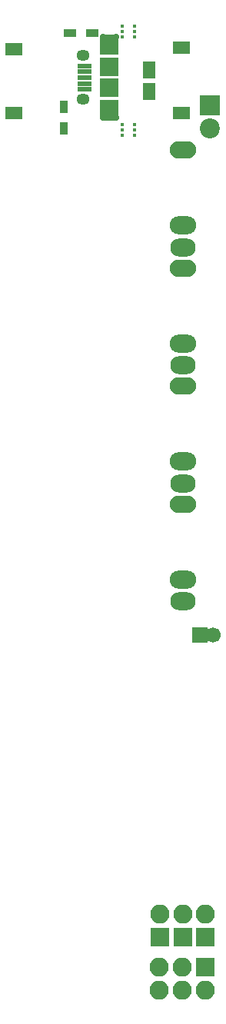
<source format=gbr>
G04 #@! TF.FileFunction,Soldermask,Bot*
%FSLAX46Y46*%
G04 Gerber Fmt 4.6, Leading zero omitted, Abs format (unit mm)*
G04 Created by KiCad (PCBNEW 4.0.6) date 2018 April 18, Wednesday 08:04:54*
%MOMM*%
%LPD*%
G01*
G04 APERTURE LIST*
%ADD10C,0.100000*%
%ADD11C,0.402000*%
%ADD12R,1.700000X1.700000*%
%ADD13C,1.700000*%
%ADD14R,2.200000X2.200000*%
%ADD15C,2.200000*%
%ADD16O,2.100000X1.724000*%
%ADD17R,2.100000X2.000000*%
%ADD18C,0.700000*%
%ADD19R,2.100000X2.050000*%
%ADD20R,1.600000X0.450000*%
%ADD21R,1.600000X0.600000*%
%ADD22O,1.450000X1.250000*%
%ADD23R,1.400000X0.950000*%
%ADD24R,0.950000X1.400000*%
%ADD25O,2.900000X1.900000*%
%ADD26O,2.900000X2.000000*%
%ADD27O,2.800000X2.000000*%
%ADD28R,2.100000X2.100000*%
%ADD29O,2.100000X2.100000*%
%ADD30R,1.900000X1.400000*%
%ADD31R,1.400000X1.900000*%
G04 APERTURE END LIST*
D10*
D11*
X-300000Y-12500000D03*
X-300000Y-11900000D03*
X-300000Y-11300000D03*
X-1700000Y-11300000D03*
X-1700000Y-11900000D03*
X-1700000Y-12500000D03*
D12*
X6850000Y-67500000D03*
D13*
X8350000Y-67500000D03*
D14*
X8000000Y-9200000D03*
D15*
X8000000Y-11740000D03*
D16*
X-3100000Y-2500000D03*
D17*
X-3100000Y-4950000D03*
X-3100000Y-7250000D03*
D16*
X-3100000Y-9700000D03*
D18*
X-3800000Y-1650000D03*
X-2400000Y-1650000D03*
X-3800000Y-10550000D03*
X-2400000Y-10550000D03*
D19*
X-3100000Y-2575000D03*
X-3100000Y-9625000D03*
D20*
X-3100000Y-1525000D03*
X-3100000Y-10675000D03*
D21*
X-5800000Y-4800000D03*
X-5800000Y-5450000D03*
X-5800000Y-6100000D03*
X-5800000Y-6750000D03*
X-5800000Y-7400000D03*
D22*
X-6000000Y-3675000D03*
X-6000000Y-8525000D03*
D23*
X-7400000Y-1200000D03*
X-5000000Y-1200000D03*
D24*
X-8100000Y-9300000D03*
X-8100000Y-11700000D03*
D25*
X5000000Y-14080000D03*
D26*
X5000000Y-22380000D03*
D27*
X5000000Y-24800000D03*
D25*
X5000000Y-27080000D03*
D26*
X5000000Y-35380000D03*
D27*
X5000000Y-37800000D03*
D25*
X5000000Y-40080000D03*
D26*
X5000000Y-48380000D03*
D27*
X5000000Y-50800000D03*
D25*
X5000000Y-53080000D03*
D26*
X5000000Y-61380000D03*
D27*
X5000000Y-63800000D03*
D28*
X7480000Y-104060000D03*
D29*
X7480000Y-106600000D03*
X4940000Y-104060000D03*
X4940000Y-106600000D03*
X2400000Y-104060000D03*
X2400000Y-106600000D03*
D28*
X7500000Y-100750000D03*
D29*
X7500000Y-98210000D03*
D28*
X5000000Y-100750000D03*
D29*
X5000000Y-98210000D03*
D28*
X2500000Y-100750000D03*
D29*
X2500000Y-98210000D03*
D30*
X-13600000Y-10000000D03*
X-13600000Y-3000000D03*
X4800000Y-10000000D03*
X4800000Y-2800000D03*
D31*
X1300000Y-5300000D03*
X1300000Y-7600000D03*
D11*
X-300000Y-1600000D03*
X-300000Y-1000000D03*
X-300000Y-400000D03*
X-1700000Y-400000D03*
X-1700000Y-1000000D03*
X-1700000Y-1600000D03*
M02*

</source>
